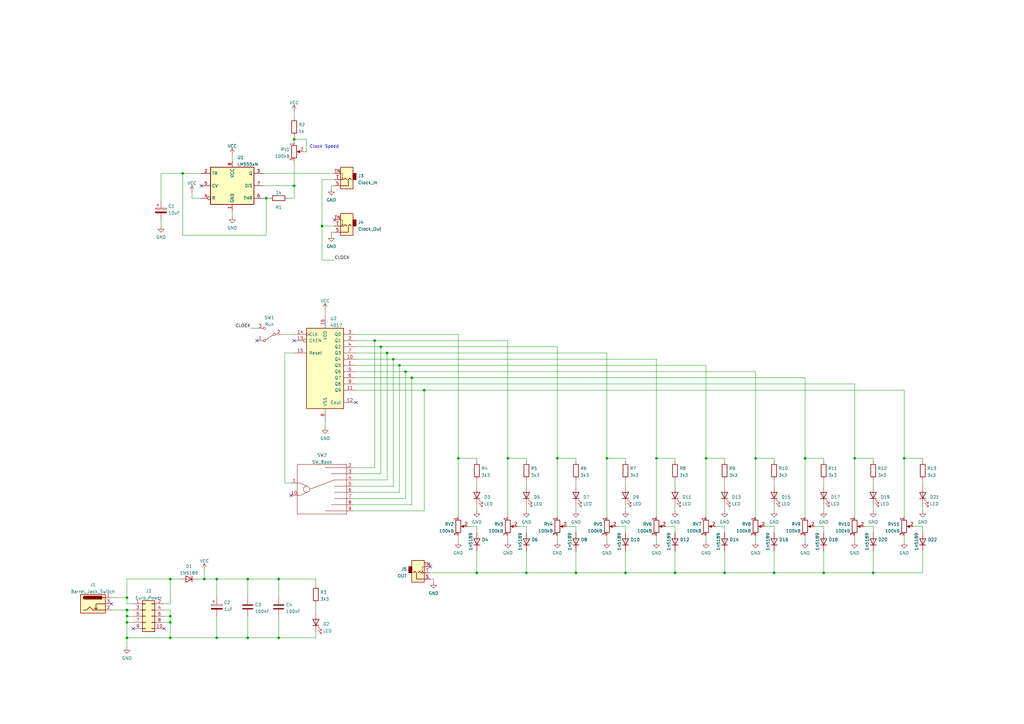
<source format=kicad_sch>
(kicad_sch (version 20211123) (generator eeschema)
  (paper "A3")
  (lib_symbols
    (symbol "4xxx:4017" (pin_names (offset 1.016))
      (property "Reference" "U" (at -7.62 16.51 0))
      (property "Value" "4017" (at -7.62 -19.05 0))
      (symbol "4017_1_0"
        (pin output line (at 12.7 0 180) (length 5.08) (name "Q5") (number "1"))
        (pin output line (at 12.7 2.54 180) (length 5.08) (name "Q4") (number "10"))
        (pin output line (at 12.7 -10.16 180) (length 5.08) (name "Q9") (number "11"))
        (pin output line (at 12.7 -15.24 180) (length 5.08) (name "Cout") (number "12"))
        (pin input inverted (at -12.7 10.16 0) (length 5.08) (name "CKEN") (number "13"))
        (pin input clock (at -12.7 12.7 0) (length 5.08) (name "CLK") (number "14"))
        (pin input line (at -12.7 5.08 0) (length 5.08) (name "Reset") (number "15"))
        (pin power_in line (at 0 20.32 270) (length 5.08) (name "VDD") (number "16"))
        (pin output line (at 12.7 10.16 180) (length 5.08) (name "Q1") (number "2"))
        (pin output line (at 12.7 12.7 180) (length 5.08) (name "Q0") (number "3"))
        (pin output line (at 12.7 7.62 180) (length 5.08) (name "Q2") (number "4"))
        (pin output line (at 12.7 -2.54 180) (length 5.08) (name "Q6") (number "5"))
        (pin output line (at 12.7 -5.08 180) (length 5.08) (name "Q7") (number "6"))
        (pin output line (at 12.7 5.08 180) (length 5.08) (name "Q3") (number "7"))
        (pin power_in line (at 0 -22.86 90) (length 5.08) (name "VSS") (number "8"))
        (pin output line (at 12.7 -7.62 180) (length 5.08) (name "Q8") (number "9"))
      )
      (symbol "4017_1_1"
        (rectangle (start -7.62 15.24) (end 7.62 -17.78) (stroke (width 0.254)) (fill (type background)))
      )
    )
    (symbol "Connector:AudioJack2_SwitchT"
      (property "Reference" "J" (at 0 8.89 0))
      (property "Value" "AudioJack2_SwitchT" (at 0 6.35 0))
      (symbol "AudioJack2_SwitchT_0_1"
        (rectangle (start -2.54 0) (end -3.81 -2.54) (stroke (width 0.254)) (fill (type outline)))
        (polyline (pts (xy 1.778 -0.254) (xy 2.032 -0.762)))
        (polyline (pts (xy 0 0) (xy 0.635 -0.635) (xy 1.27 0) (xy 2.54 0)) (stroke (width 0.254)))
        (polyline (pts (xy 2.54 -2.54) (xy 1.778 -2.54) (xy 1.778 -0.254) (xy 1.524 -0.762)))
        (polyline (pts (xy 2.54 2.54) (xy -0.635 2.54) (xy -0.635 0) (xy -1.27 -0.635) (xy -1.905 0)) (stroke (width 0.254)))
        (rectangle (start 2.54 3.81) (end -2.54 -5.08) (stroke (width 0.254)) (fill (type background)))
      )
      (symbol "AudioJack2_SwitchT_1_1"
        (pin passive line (at 5.08 2.54 180) (length 2.54) (name "~") (number "S"))
        (pin passive line (at 5.08 0 180) (length 2.54) (name "~") (number "T"))
        (pin passive line (at 5.08 -2.54 180) (length 2.54) (name "~") (number "TN"))
      )
    )
    (symbol "Connector:Barrel_Jack_Switch" (pin_names hide)
      (property "Reference" "J" (at 0 5.334 0))
      (property "Value" "Barrel_Jack_Switch" (at 0 -5.08 0))
      (symbol "Barrel_Jack_Switch_0_1"
        (rectangle (start -5.08 3.81) (end 5.08 -3.81) (stroke (width 0.254)) (fill (type background)))
        (arc (start -3.302 3.175) (mid -3.937 2.54) (end -3.302 1.905) (stroke (width 0.254)))
        (arc (start -3.302 3.175) (mid -3.937 2.54) (end -3.302 1.905) (stroke (width 0.254)) (fill (type outline)))
        (polyline (pts (xy 1.27 -2.286) (xy 1.905 -1.651)) (stroke (width 0.254)))
        (polyline (pts (xy 5.08 2.54) (xy 3.81 2.54)) (stroke (width 0.254)))
        (polyline (pts (xy 5.08 0) (xy 1.27 0) (xy 1.27 -2.286) (xy 0.635 -1.651)) (stroke (width 0.254)))
        (polyline (pts (xy -3.81 -2.54) (xy -2.54 -2.54) (xy -1.27 -1.27) (xy 0 -2.54) (xy 2.54 -2.54) (xy 5.08 -2.54)) (stroke (width 0.254)))
        (rectangle (start 3.683 3.175) (end -3.302 1.905) (stroke (width 0.254)) (fill (type outline)))
      )
      (symbol "Barrel_Jack_Switch_1_1"
        (pin passive line (at 7.62 2.54 180) (length 2.54) (name "~") (number "1"))
        (pin passive line (at 7.62 -2.54 180) (length 2.54) (name "~") (number "2"))
        (pin passive line (at 7.62 0 180) (length 2.54) (name "~") (number "3"))
      )
    )
    (symbol "Connector_Generic:Conn_02x05_Odd_Even" (pin_names (offset 1.016) hide)
      (property "Reference" "J" (at 1.27 7.62 0))
      (property "Value" "Conn_02x05_Odd_Even" (at 1.27 -7.62 0))
      (symbol "Conn_02x05_Odd_Even_1_1"
        (rectangle (start -1.27 -4.953) (end 0 -5.207) (stroke (width 0.1524)))
        (rectangle (start -1.27 -2.413) (end 0 -2.667) (stroke (width 0.1524)))
        (rectangle (start -1.27 0.127) (end 0 -0.127) (stroke (width 0.1524)))
        (rectangle (start -1.27 2.667) (end 0 2.413) (stroke (width 0.1524)))
        (rectangle (start -1.27 5.207) (end 0 4.953) (stroke (width 0.1524)))
        (rectangle (start -1.27 6.35) (end 3.81 -6.35) (stroke (width 0.254)) (fill (type background)))
        (rectangle (start 3.81 -4.953) (end 2.54 -5.207) (stroke (width 0.1524)))
        (rectangle (start 3.81 -2.413) (end 2.54 -2.667) (stroke (width 0.1524)))
        (rectangle (start 3.81 0.127) (end 2.54 -0.127) (stroke (width 0.1524)))
        (rectangle (start 3.81 2.667) (end 2.54 2.413) (stroke (width 0.1524)))
        (rectangle (start 3.81 5.207) (end 2.54 4.953) (stroke (width 0.1524)))
        (pin passive line (at -5.08 5.08 0) (length 3.81) (name "Pin_1") (number "1"))
        (pin passive line (at 7.62 -5.08 180) (length 3.81) (name "Pin_10") (number "10"))
        (pin passive line (at 7.62 5.08 180) (length 3.81) (name "Pin_2") (number "2"))
        (pin passive line (at -5.08 2.54 0) (length 3.81) (name "Pin_3") (number "3"))
        (pin passive line (at 7.62 2.54 180) (length 3.81) (name "Pin_4") (number "4"))
        (pin passive line (at -5.08 0 0) (length 3.81) (name "Pin_5") (number "5"))
        (pin passive line (at 7.62 0 180) (length 3.81) (name "Pin_6") (number "6"))
        (pin passive line (at -5.08 -2.54 0) (length 3.81) (name "Pin_7") (number "7"))
        (pin passive line (at 7.62 -2.54 180) (length 3.81) (name "Pin_8") (number "8"))
        (pin passive line (at -5.08 -5.08 0) (length 3.81) (name "Pin_9") (number "9"))
      )
    )
    (symbol "Device:C" (pin_numbers hide) (pin_names (offset 0.254))
      (property "Reference" "C" (at 0.635 2.54 0))
      (property "Value" "C" (at 0.635 -2.54 0))
      (symbol "C_0_1"
        (polyline (pts (xy -2.032 -0.762) (xy 2.032 -0.762)) (stroke (width 0.508)))
        (polyline (pts (xy -2.032 0.762) (xy 2.032 0.762)) (stroke (width 0.508)))
      )
      (symbol "C_1_1"
        (pin passive line (at 0 3.81 270) (length 2.794) (name "~") (number "1"))
        (pin passive line (at 0 -3.81 90) (length 2.794) (name "~") (number "2"))
      )
    )
    (symbol "Device:C_Polarized" (pin_numbers hide) (pin_names (offset 0.254))
      (property "Reference" "C" (at 0.635 2.54 0))
      (property "Value" "C_Polarized" (at 0.635 -2.54 0))
      (symbol "C_Polarized_0_1"
        (rectangle (start -2.286 0.508) (end 2.286 1.016))
        (polyline (pts (xy -1.778 2.286) (xy -0.762 2.286)))
        (polyline (pts (xy -1.27 2.794) (xy -1.27 1.778)))
        (rectangle (start 2.286 -0.508) (end -2.286 -1.016) (fill (type outline)))
      )
      (symbol "C_Polarized_1_1"
        (pin passive line (at 0 3.81 270) (length 2.794) (name "~") (number "1"))
        (pin passive line (at 0 -3.81 90) (length 2.794) (name "~") (number "2"))
      )
    )
    (symbol "Device:D" (pin_numbers hide) (pin_names (offset 1.016) hide)
      (property "Reference" "D" (at 0 2.54 0))
      (property "Value" "D" (at 0 -2.54 0))
      (symbol "D_0_1"
        (polyline (pts (xy -1.27 1.27) (xy -1.27 -1.27)) (stroke (width 0.254)))
        (polyline (pts (xy 1.27 0) (xy -1.27 0)))
        (polyline (pts (xy 1.27 1.27) (xy 1.27 -1.27) (xy -1.27 0) (xy 1.27 1.27)) (stroke (width 0.254)))
      )
      (symbol "D_1_1"
        (pin passive line (at -3.81 0 0) (length 2.54) (name "K") (number "1"))
        (pin passive line (at 3.81 0 180) (length 2.54) (name "A") (number "2"))
      )
    )
    (symbol "Device:LED" (pin_numbers hide) (pin_names (offset 1.016) hide)
      (property "Reference" "D" (at 0 2.54 0))
      (property "Value" "LED" (at 0 -2.54 0))
      (symbol "LED_0_1"
        (polyline (pts (xy -1.27 -1.27) (xy -1.27 1.27)) (stroke (width 0.254)))
        (polyline (pts (xy -1.27 0) (xy 1.27 0)))
        (polyline (pts (xy 1.27 -1.27) (xy 1.27 1.27) (xy -1.27 0) (xy 1.27 -1.27)) (stroke (width 0.254)))
        (polyline (pts (xy -3.048 -0.762) (xy -4.572 -2.286) (xy -3.81 -2.286) (xy -4.572 -2.286) (xy -4.572 -1.524)))
        (polyline (pts (xy -1.778 -0.762) (xy -3.302 -2.286) (xy -2.54 -2.286) (xy -3.302 -2.286) (xy -3.302 -1.524)))
      )
      (symbol "LED_1_1"
        (pin passive line (at -3.81 0 0) (length 2.54) (name "K") (number "1"))
        (pin passive line (at 3.81 0 180) (length 2.54) (name "A") (number "2"))
      )
    )
    (symbol "Device:R" (pin_numbers hide) (pin_names (offset 0))
      (property "Reference" "R" (at 2.032 0 90))
      (property "Value" "R" (at 0 0 90))
      (symbol "R_0_1"
        (rectangle (start -1.016 -2.54) (end 1.016 2.54) (stroke (width 0.254)))
      )
      (symbol "R_1_1"
        (pin passive line (at 0 3.81 270) (length 1.27) (name "~") (number "1"))
        (pin passive line (at 0 -3.81 90) (length 1.27) (name "~") (number "2"))
      )
    )
    (symbol "Device:R_Potentiometer" (pin_names (offset 1.016) hide)
      (property "Reference" "RV" (at -4.445 0 90))
      (property "Value" "R_Potentiometer" (at -2.54 0 90))
      (symbol "R_Potentiometer_0_1"
        (polyline (pts (xy 2.54 0) (xy 1.524 0)))
        (polyline (pts (xy 1.143 0) (xy 2.286 0.508) (xy 2.286 -0.508) (xy 1.143 0)) (fill (type outline)))
        (rectangle (start 1.016 2.54) (end -1.016 -2.54) (stroke (width 0.254)))
      )
      (symbol "R_Potentiometer_1_1"
        (pin passive line (at 0 3.81 270) (length 1.27) (name "1") (number "1"))
        (pin passive line (at 3.81 0 180) (length 1.27) (name "2") (number "2"))
        (pin passive line (at 0 -3.81 90) (length 1.27) (name "3") (number "3"))
      )
    )
    (symbol "Switch:SW_SPDT" (pin_names (offset 0) hide)
      (property "Reference" "SW" (at 0 4.318 0))
      (property "Value" "SW_SPDT" (at 0 -5.08 0))
      (symbol "SW_SPDT_0_0"
        (circle (center -2.032 0) (radius 0.508))
        (circle (center 2.032 -2.54) (radius 0.508))
      )
      (symbol "SW_SPDT_0_1"
        (polyline (pts (xy -1.524 0.254) (xy 1.651 2.286)))
        (circle (center 2.032 2.54) (radius 0.508))
      )
      (symbol "SW_SPDT_1_1"
        (pin passive line (at 5.08 2.54 180) (length 2.54) (name "A") (number "1"))
        (pin passive line (at -5.08 0 0) (length 2.54) (name "B") (number "2"))
        (pin passive line (at 5.08 -2.54 180) (length 2.54) (name "C") (number "3"))
      )
    )
    (symbol "Timer:LM555xN"
      (property "Reference" "U" (at -10.16 8.89 0))
      (property "Value" "LM555xN" (at 2.54 8.89 0))
      (symbol "LM555xN_0_0"
        (pin power_in line (at 0 -10.16 90) (length 2.54) (name "GND") (number "1"))
        (pin power_in line (at 0 10.16 270) (length 2.54) (name "VCC") (number "8"))
      )
      (symbol "LM555xN_0_1"
        (rectangle (start -8.89 -7.62) (end 8.89 7.62) (stroke (width 0.254)) (fill (type background)))
        (rectangle (start -8.89 -7.62) (end 8.89 7.62) (stroke (width 0.254)) (fill (type background)))
      )
      (symbol "LM555xN_1_1"
        (pin input line (at -12.7 5.08 0) (length 3.81) (name "TR") (number "2"))
        (pin output line (at 12.7 5.08 180) (length 3.81) (name "Q") (number "3"))
        (pin input inverted (at -12.7 -5.08 0) (length 3.81) (name "R") (number "4"))
        (pin input line (at -12.7 0 0) (length 3.81) (name "CV") (number "5"))
        (pin input line (at 12.7 -5.08 180) (length 3.81) (name "THR") (number "6"))
        (pin input line (at 12.7 0 180) (length 3.81) (name "DIS") (number "7"))
      )
    )
    (symbol "custom:SW_8pos" (pin_names (offset 1.016))
      (property "Reference" "SW" (at -7.62 -11.43 0))
      (property "Value" "SW_8pos" (at -6.35 11.43 0))
      (symbol "SW_8pos_0_1"
        (rectangle (start -10.16 10.16) (end 10.16 -10.16))
        (circle (center -6.35 0) (radius 1.27))
        (polyline (pts (xy -5.08 0) (xy 5.08 3.81)))
        (polyline (pts (xy 10.16 -8.89) (xy 1.27 -8.89)))
        (polyline (pts (xy 10.16 -6.35) (xy 3.81 -6.35)))
        (polyline (pts (xy 10.16 -3.81) (xy 5.08 -3.81)))
        (polyline (pts (xy 10.16 -1.27) (xy 5.08 -1.27)))
        (polyline (pts (xy 10.16 1.27) (xy 5.08 1.27)))
        (polyline (pts (xy 10.16 3.81) (xy 5.08 3.81)))
        (polyline (pts (xy 10.16 6.35) (xy 3.81 6.35)))
        (polyline (pts (xy 10.16 8.89) (xy 1.27 8.89)))
        (polyline (pts (xy -10.16 -2.54) (xy -8.89 -2.54) (xy -6.35 -1.27)))
        (polyline (pts (xy -10.16 2.54) (xy -8.89 2.54) (xy -6.35 1.27)))
      )
      (symbol "SW_8pos_1_1"
        (pin bidirectional line (at -12.7 2.54 0) (length 2.54) (name "~") (number "1"))
        (pin bidirectional line (at -12.7 -2.54 0) (length 2.54) (name "~") (number "10"))
        (pin bidirectional line (at 12.7 8.89 180) (length 2.54) (name "~") (number "2"))
        (pin bidirectional line (at 12.7 6.35 180) (length 2.54) (name "~") (number "3"))
        (pin bidirectional line (at 12.7 3.81 180) (length 2.54) (name "~") (number "4"))
        (pin bidirectional line (at 12.7 1.27 180) (length 2.54) (name "~") (number "5"))
        (pin bidirectional line (at 12.7 -1.27 180) (length 2.54) (name "~") (number "6"))
        (pin bidirectional line (at 12.7 -3.81 180) (length 2.54) (name "~") (number "7"))
        (pin bidirectional line (at 12.7 -6.35 180) (length 2.54) (name "~") (number "8"))
        (pin bidirectional line (at 12.7 -8.89 180) (length 2.54) (name "~") (number "9"))
      )
    )
    (symbol "power:GND" (power) (pin_names (offset 0))
      (property "Value" "GND" (at 0 -3.81 0))
      (symbol "GND_0_1"
        (polyline (pts (xy 0 0) (xy 0 -1.27) (xy 1.27 -1.27) (xy 0 -2.54) (xy -1.27 -1.27) (xy 0 -1.27)))
      )
      (symbol "GND_1_1"
        (pin power_in line (at 0 0 270) (length 0) hide (name "GND") (number "1"))
      )
    )
    (symbol "power:VCC" (power) (pin_names (offset 0))
      (property "Value" "VCC" (at 0 3.81 0))
      (symbol "VCC_0_1"
        (polyline (pts (xy -0.762 1.27) (xy 0 2.54)))
        (polyline (pts (xy 0 0) (xy 0 2.54)))
        (polyline (pts (xy 0 2.54) (xy 0.762 1.27)))
      )
      (symbol "VCC_1_1"
        (pin power_in line (at 0 0 90) (length 0) hide (name "VCC") (number "1"))
      )
    )
  )
  (junction (at 88.9 237.49))
  (junction (at 166.37 152.4))
  (junction (at 358.14 234.95))
  (junction (at 101.6 237.49))
  (junction (at 156.21 142.24))
  (junction (at 52.07 261.62))
  (junction (at 236.22 234.95))
  (junction (at 109.22 81.28))
  (junction (at 187.96 187.96))
  (junction (at 208.28 187.96))
  (junction (at 161.29 147.32))
  (junction (at 330.2 187.96))
  (junction (at 52.07 250.19))
  (junction (at 74.93 71.12))
  (junction (at 69.85 261.62))
  (junction (at 168.91 154.94))
  (junction (at 83.82 237.49))
  (junction (at 101.6 261.62))
  (junction (at 88.9 261.62))
  (junction (at 52.07 252.73))
  (junction (at 114.3 237.49))
  (junction (at 289.56 187.96))
  (junction (at 173.99 160.02))
  (junction (at 195.58 234.95))
  (junction (at 69.85 252.73))
  (junction (at 215.9 234.95))
  (junction (at 52.07 255.27))
  (junction (at 69.85 255.27))
  (junction (at 228.6 187.96))
  (junction (at 269.24 187.96))
  (junction (at 163.83 149.86))
  (junction (at 317.5 234.95))
  (junction (at 69.85 237.49))
  (junction (at 248.92 187.96))
  (junction (at 309.88 187.96))
  (junction (at 114.3 261.62))
  (junction (at 256.54 234.95))
  (junction (at 120.65 57.15))
  (junction (at 153.67 139.7))
  (junction (at 337.82 234.95))
  (junction (at 276.86 234.95))
  (junction (at 120.65 76.2))
  (junction (at 350.52 187.96))
  (junction (at 297.18 234.95))
  (junction (at 132.08 92.71))
  (junction (at 158.75 144.78))
  (junction (at 52.07 245.11))
  (junction (at 370.84 187.96))
  (no_connect (at 82.55 76.2))
  (no_connect (at 137.16 90.17))
  (no_connect (at 105.41 139.7))
  (no_connect (at 67.31 257.81))
  (no_connect (at 176.53 232.41))
  (no_connect (at 54.61 257.81))
  (no_connect (at 146.05 165.1))
  (no_connect (at 45.72 247.65))
  (no_connect (at 120.65 139.7))
  (no_connect (at 119.38 203.2))
  (wire (pts (xy 334.01 215.9) (xy 337.82 215.9)))
  (wire (pts (xy 337.82 234.95) (xy 358.14 234.95)))
  (wire (pts (xy 228.6 187.96) (xy 236.22 187.96)))
  (wire (pts (xy 317.5 215.9) (xy 317.5 218.44)))
  (wire (pts (xy 125.73 57.15) (xy 120.65 57.15)))
  (wire (pts (xy 236.22 226.06) (xy 236.22 234.95)))
  (wire (pts (xy 144.78 207.01) (xy 168.91 207.01)))
  (wire (pts (xy 146.05 154.94) (xy 168.91 154.94)))
  (wire (pts (xy 313.69 215.9) (xy 317.5 215.9)))
  (wire (pts (xy 129.54 237.49) (xy 129.54 240.03)))
  (wire (pts (xy 116.84 198.12) (xy 116.84 144.78)))
  (wire (pts (xy 350.52 219.71) (xy 350.52 222.25)))
  (wire (pts (xy 191.77 215.9) (xy 195.58 215.9)))
  (wire (pts (xy 256.54 207.01) (xy 256.54 209.55)))
  (wire (pts (xy 370.84 160.02) (xy 370.84 187.96)))
  (wire (pts (xy 195.58 196.85) (xy 195.58 199.39)))
  (wire (pts (xy 276.86 226.06) (xy 276.86 234.95)))
  (wire (pts (xy 176.53 234.95) (xy 195.58 234.95)))
  (wire (pts (xy 109.22 96.52) (xy 109.22 81.28)))
  (wire (pts (xy 133.35 172.72) (xy 133.35 175.26)))
  (wire (pts (xy 52.07 261.62) (xy 52.07 265.43)))
  (wire (pts (xy 74.93 71.12) (xy 82.55 71.12)))
  (wire (pts (xy 78.74 78.74) (xy 78.74 81.28)))
  (wire (pts (xy 289.56 219.71) (xy 289.56 222.25)))
  (wire (pts (xy 374.65 215.9) (xy 378.46 215.9)))
  (wire (pts (xy 52.07 252.73) (xy 54.61 252.73)))
  (wire (pts (xy 109.22 81.28) (xy 107.95 81.28)))
  (wire (pts (xy 317.5 226.06) (xy 317.5 234.95)))
  (wire (pts (xy 276.86 196.85) (xy 276.86 199.39)))
  (wire (pts (xy 74.93 96.52) (xy 109.22 96.52)))
  (wire (pts (xy 236.22 196.85) (xy 236.22 199.39)))
  (wire (pts (xy 95.25 63.5) (xy 95.25 66.04)))
  (wire (pts (xy 120.65 76.2) (xy 107.95 76.2)))
  (wire (pts (xy 88.9 252.73) (xy 88.9 261.62)))
  (wire (pts (xy 187.96 137.16) (xy 187.96 187.96)))
  (wire (pts (xy 45.72 250.19) (xy 52.07 250.19)))
  (wire (pts (xy 177.8 237.49) (xy 177.8 238.76)))
  (wire (pts (xy 256.54 187.96) (xy 256.54 189.23)))
  (wire (pts (xy 129.54 259.08) (xy 129.54 261.62)))
  (wire (pts (xy 269.24 187.96) (xy 269.24 212.09)))
  (wire (pts (xy 166.37 152.4) (xy 309.88 152.4)))
  (wire (pts (xy 146.05 152.4) (xy 166.37 152.4)))
  (wire (pts (xy 115.57 137.16) (xy 120.65 137.16)))
  (wire (pts (xy 132.08 106.68) (xy 137.16 106.68)))
  (wire (pts (xy 176.53 237.49) (xy 177.8 237.49)))
  (wire (pts (xy 45.72 245.11) (xy 52.07 245.11)))
  (wire (pts (xy 144.78 191.77) (xy 153.67 191.77)))
  (wire (pts (xy 337.82 215.9) (xy 337.82 218.44)))
  (wire (pts (xy 67.31 250.19) (xy 69.85 250.19)))
  (wire (pts (xy 135.89 95.25) (xy 135.89 96.52)))
  (wire (pts (xy 120.65 66.04) (xy 120.65 76.2)))
  (wire (pts (xy 161.29 147.32) (xy 269.24 147.32)))
  (wire (pts (xy 132.08 92.71) (xy 132.08 106.68)))
  (wire (pts (xy 297.18 226.06) (xy 297.18 234.95)))
  (wire (pts (xy 69.85 261.62) (xy 88.9 261.62)))
  (wire (pts (xy 120.65 55.88) (xy 120.65 57.15)))
  (wire (pts (xy 208.28 139.7) (xy 208.28 187.96)))
  (wire (pts (xy 78.74 81.28) (xy 82.55 81.28)))
  (wire (pts (xy 208.28 187.96) (xy 215.9 187.96)))
  (wire (pts (xy 114.3 237.49) (xy 114.3 245.11)))
  (wire (pts (xy 317.5 196.85) (xy 317.5 199.39)))
  (wire (pts (xy 208.28 219.71) (xy 208.28 222.25)))
  (wire (pts (xy 358.14 207.01) (xy 358.14 209.55)))
  (wire (pts (xy 52.07 237.49) (xy 52.07 245.11)))
  (wire (pts (xy 168.91 154.94) (xy 330.2 154.94)))
  (wire (pts (xy 350.52 187.96) (xy 350.52 212.09)))
  (wire (pts (xy 74.93 71.12) (xy 74.93 96.52)))
  (wire (pts (xy 52.07 245.11) (xy 52.07 247.65)))
  (wire (pts (xy 330.2 154.94) (xy 330.2 187.96)))
  (wire (pts (xy 114.3 261.62) (xy 101.6 261.62)))
  (wire (pts (xy 66.04 90.17) (xy 66.04 92.71)))
  (wire (pts (xy 276.86 207.01) (xy 276.86 209.55)))
  (wire (pts (xy 114.3 237.49) (xy 129.54 237.49)))
  (wire (pts (xy 297.18 196.85) (xy 297.18 199.39)))
  (wire (pts (xy 144.78 204.47) (xy 166.37 204.47)))
  (wire (pts (xy 378.46 196.85) (xy 378.46 199.39)))
  (wire (pts (xy 173.99 209.55) (xy 173.99 160.02)))
  (wire (pts (xy 269.24 147.32) (xy 269.24 187.96)))
  (wire (pts (xy 52.07 255.27) (xy 52.07 261.62)))
  (wire (pts (xy 95.25 86.36) (xy 95.25 88.9)))
  (wire (pts (xy 276.86 234.95) (xy 297.18 234.95)))
  (wire (pts (xy 69.85 250.19) (xy 69.85 252.73)))
  (wire (pts (xy 120.65 45.72) (xy 120.65 48.26)))
  (wire (pts (xy 378.46 215.9) (xy 378.46 218.44)))
  (wire (pts (xy 358.14 187.96) (xy 358.14 189.23)))
  (wire (pts (xy 195.58 226.06) (xy 195.58 234.95)))
  (wire (pts (xy 161.29 199.39) (xy 161.29 147.32)))
  (wire (pts (xy 133.35 127) (xy 133.35 129.54)))
  (wire (pts (xy 66.04 82.55) (xy 66.04 71.12)))
  (wire (pts (xy 358.14 234.95) (xy 378.46 234.95)))
  (wire (pts (xy 120.65 57.15) (xy 120.65 58.42)))
  (wire (pts (xy 297.18 215.9) (xy 297.18 218.44)))
  (wire (pts (xy 163.83 201.93) (xy 163.83 149.86)))
  (wire (pts (xy 297.18 234.95) (xy 317.5 234.95)))
  (wire (pts (xy 144.78 209.55) (xy 173.99 209.55)))
  (wire (pts (xy 276.86 215.9) (xy 276.86 218.44)))
  (wire (pts (xy 228.6 219.71) (xy 228.6 222.25)))
  (wire (pts (xy 195.58 215.9) (xy 195.58 218.44)))
  (wire (pts (xy 215.9 187.96) (xy 215.9 189.23)))
  (wire (pts (xy 256.54 234.95) (xy 276.86 234.95)))
  (wire (pts (xy 337.82 196.85) (xy 337.82 199.39)))
  (wire (pts (xy 195.58 207.01) (xy 195.58 209.55)))
  (wire (pts (xy 119.38 198.12) (xy 116.84 198.12)))
  (wire (pts (xy 370.84 187.96) (xy 370.84 212.09)))
  (wire (pts (xy 69.85 252.73) (xy 69.85 255.27)))
  (wire (pts (xy 153.67 191.77) (xy 153.67 139.7)))
  (wire (pts (xy 88.9 237.49) (xy 101.6 237.49)))
  (wire (pts (xy 52.07 252.73) (xy 52.07 255.27)))
  (wire (pts (xy 168.91 207.01) (xy 168.91 154.94)))
  (wire (pts (xy 101.6 237.49) (xy 114.3 237.49)))
  (wire (pts (xy 124.46 62.23) (xy 125.73 62.23)))
  (wire (pts (xy 83.82 237.49) (xy 88.9 237.49)))
  (wire (pts (xy 208.28 187.96) (xy 208.28 212.09)))
  (wire (pts (xy 236.22 207.01) (xy 236.22 209.55)))
  (wire (pts (xy 232.41 215.9) (xy 236.22 215.9)))
  (wire (pts (xy 67.31 247.65) (xy 69.85 247.65)))
  (wire (pts (xy 248.92 219.71) (xy 248.92 222.25)))
  (wire (pts (xy 269.24 219.71) (xy 269.24 222.25)))
  (wire (pts (xy 144.78 199.39) (xy 161.29 199.39)))
  (wire (pts (xy 269.24 187.96) (xy 276.86 187.96)))
  (wire (pts (xy 248.92 144.78) (xy 248.92 187.96)))
  (wire (pts (xy 370.84 187.96) (xy 378.46 187.96)))
  (wire (pts (xy 187.96 187.96) (xy 195.58 187.96)))
  (wire (pts (xy 297.18 207.01) (xy 297.18 209.55)))
  (wire (pts (xy 187.96 187.96) (xy 187.96 212.09)))
  (wire (pts (xy 52.07 250.19) (xy 54.61 250.19)))
  (wire (pts (xy 144.78 201.93) (xy 163.83 201.93)))
  (wire (pts (xy 309.88 187.96) (xy 309.88 212.09)))
  (wire (pts (xy 146.05 142.24) (xy 156.21 142.24)))
  (wire (pts (xy 158.75 144.78) (xy 248.92 144.78)))
  (wire (pts (xy 163.83 149.86) (xy 289.56 149.86)))
  (wire (pts (xy 118.11 81.28) (xy 120.65 81.28)))
  (wire (pts (xy 101.6 237.49) (xy 101.6 245.11)))
  (wire (pts (xy 378.46 234.95) (xy 378.46 226.06)))
  (wire (pts (xy 215.9 234.95) (xy 236.22 234.95)))
  (wire (pts (xy 195.58 234.95) (xy 215.9 234.95)))
  (wire (pts (xy 125.73 62.23) (xy 125.73 57.15)))
  (wire (pts (xy 273.05 215.9) (xy 276.86 215.9)))
  (wire (pts (xy 236.22 187.96) (xy 236.22 189.23)))
  (wire (pts (xy 137.16 92.71) (xy 132.08 92.71)))
  (wire (pts (xy 137.16 76.2) (xy 135.89 76.2)))
  (wire (pts (xy 54.61 247.65) (xy 52.07 247.65)))
  (wire (pts (xy 66.04 71.12) (xy 74.93 71.12)))
  (wire (pts (xy 330.2 219.71) (xy 330.2 222.25)))
  (wire (pts (xy 330.2 187.96) (xy 330.2 212.09)))
  (wire (pts (xy 129.54 247.65) (xy 129.54 251.46)))
  (wire (pts (xy 215.9 196.85) (xy 215.9 199.39)))
  (wire (pts (xy 354.33 215.9) (xy 358.14 215.9)))
  (wire (pts (xy 309.88 152.4) (xy 309.88 187.96)))
  (wire (pts (xy 187.96 219.71) (xy 187.96 222.25)))
  (wire (pts (xy 309.88 219.71) (xy 309.88 222.25)))
  (wire (pts (xy 215.9 207.01) (xy 215.9 209.55)))
  (wire (pts (xy 67.31 252.73) (xy 69.85 252.73)))
  (wire (pts (xy 236.22 234.95) (xy 256.54 234.95)))
  (wire (pts (xy 337.82 207.01) (xy 337.82 209.55)))
  (wire (pts (xy 153.67 139.7) (xy 208.28 139.7)))
  (wire (pts (xy 212.09 215.9) (xy 215.9 215.9)))
  (wire (pts (xy 195.58 187.96) (xy 195.58 189.23)))
  (wire (pts (xy 146.05 137.16) (xy 187.96 137.16)))
  (wire (pts (xy 146.05 139.7) (xy 153.67 139.7)))
  (wire (pts (xy 378.46 187.96) (xy 378.46 189.23)))
  (wire (pts (xy 215.9 226.06) (xy 215.9 234.95)))
  (wire (pts (xy 337.82 187.96) (xy 337.82 189.23)))
  (wire (pts (xy 146.05 147.32) (xy 161.29 147.32)))
  (wire (pts (xy 256.54 215.9) (xy 256.54 218.44)))
  (wire (pts (xy 146.05 157.48) (xy 350.52 157.48)))
  (wire (pts (xy 350.52 187.96) (xy 358.14 187.96)))
  (wire (pts (xy 289.56 187.96) (xy 289.56 212.09)))
  (wire (pts (xy 146.05 149.86) (xy 163.83 149.86)))
  (wire (pts (xy 137.16 73.66) (xy 132.08 73.66)))
  (wire (pts (xy 137.16 95.25) (xy 135.89 95.25)))
  (wire (pts (xy 52.07 261.62) (xy 69.85 261.62)))
  (wire (pts (xy 236.22 215.9) (xy 236.22 218.44)))
  (wire (pts (xy 129.54 261.62) (xy 114.3 261.62)))
  (wire (pts (xy 317.5 187.96) (xy 317.5 189.23)))
  (wire (pts (xy 276.86 187.96) (xy 276.86 189.23)))
  (wire (pts (xy 252.73 215.9) (xy 256.54 215.9)))
  (wire (pts (xy 256.54 226.06) (xy 256.54 234.95)))
  (wire (pts (xy 293.37 215.9) (xy 297.18 215.9)))
  (wire (pts (xy 350.52 157.48) (xy 350.52 187.96)))
  (wire (pts (xy 248.92 187.96) (xy 248.92 212.09)))
  (wire (pts (xy 317.5 207.01) (xy 317.5 209.55)))
  (wire (pts (xy 256.54 196.85) (xy 256.54 199.39)))
  (wire (pts (xy 158.75 196.85) (xy 158.75 144.78)))
  (wire (pts (xy 156.21 142.24) (xy 228.6 142.24)))
  (wire (pts (xy 135.89 76.2) (xy 135.89 77.47)))
  (wire (pts (xy 120.65 81.28) (xy 120.65 76.2)))
  (wire (pts (xy 67.31 255.27) (xy 69.85 255.27)))
  (wire (pts (xy 52.07 237.49) (xy 69.85 237.49)))
  (wire (pts (xy 52.07 255.27) (xy 54.61 255.27)))
  (wire (pts (xy 146.05 144.78) (xy 158.75 144.78)))
  (wire (pts (xy 132.08 73.66) (xy 132.08 92.71)))
  (wire (pts (xy 289.56 149.86) (xy 289.56 187.96)))
  (wire (pts (xy 81.28 237.49) (xy 83.82 237.49)))
  (wire (pts (xy 144.78 196.85) (xy 158.75 196.85)))
  (wire (pts (xy 378.46 207.01) (xy 378.46 209.55)))
  (wire (pts (xy 309.88 187.96) (xy 317.5 187.96)))
  (wire (pts (xy 166.37 204.47) (xy 166.37 152.4)))
  (wire (pts (xy 297.18 187.96) (xy 297.18 189.23)))
  (wire (pts (xy 116.84 144.78) (xy 120.65 144.78)))
  (wire (pts (xy 146.05 160.02) (xy 173.99 160.02)))
  (wire (pts (xy 228.6 187.96) (xy 228.6 212.09)))
  (wire (pts (xy 101.6 261.62) (xy 88.9 261.62)))
  (wire (pts (xy 144.78 194.31) (xy 156.21 194.31)))
  (wire (pts (xy 102.87 134.62) (xy 105.41 134.62)))
  (wire (pts (xy 358.14 226.06) (xy 358.14 234.95)))
  (wire (pts (xy 114.3 252.73) (xy 114.3 261.62)))
  (wire (pts (xy 88.9 237.49) (xy 88.9 245.11)))
  (wire (pts (xy 156.21 194.31) (xy 156.21 142.24)))
  (wire (pts (xy 317.5 234.95) (xy 337.82 234.95)))
  (wire (pts (xy 101.6 252.73) (xy 101.6 261.62)))
  (wire (pts (xy 109.22 81.28) (xy 110.49 81.28)))
  (wire (pts (xy 52.07 250.19) (xy 52.07 252.73)))
  (wire (pts (xy 358.14 196.85) (xy 358.14 199.39)))
  (wire (pts (xy 83.82 237.49) (xy 83.82 233.68)))
  (wire (pts (xy 370.84 219.71) (xy 370.84 222.25)))
  (wire (pts (xy 215.9 215.9) (xy 215.9 218.44)))
  (wire (pts (xy 228.6 142.24) (xy 228.6 187.96)))
  (wire (pts (xy 173.99 160.02) (xy 370.84 160.02)))
  (wire (pts (xy 107.95 71.12) (xy 137.16 71.12)))
  (wire (pts (xy 69.85 255.27) (xy 69.85 261.62)))
  (wire (pts (xy 330.2 187.96) (xy 337.82 187.96)))
  (wire (pts (xy 69.85 247.65) (xy 69.85 237.49)))
  (wire (pts (xy 289.56 187.96) (xy 297.18 187.96)))
  (wire (pts (xy 358.14 215.9) (xy 358.14 218.44)))
  (wire (pts (xy 69.85 237.49) (xy 73.66 237.49)))
  (wire (pts (xy 337.82 226.06) (xy 337.82 234.95)))
  (wire (pts (xy 248.92 187.96) (xy 256.54 187.96)))
  (text "Clock Speed" (at 127 60.96 0) (effects (font (size 1.27 1.27)) (justify left bottom)))
  (label "CLOCK" (at 102.87 134.62 180))
  (label "CLOCK" (at 137.16 106.68 0))
  (symbol (lib_id "power:GND") (at 208.28 222.25 0) (unit 1)
    (property "Reference" "#PWR015" (effects hide))
    (property "Value" "GND" (at 208.28 226.8125 0))
  )
  (symbol (lib_id "power:GND") (at 95.25 88.9 0) (unit 1)
    (property "Reference" "#PWR06" (effects hide))
    (property "Value" "GND" (at 95.25 93.4625 0))
  )
  (symbol (lib_id "power:GND") (at 276.86 209.55 0) (unit 1)
    (property "Reference" "#PWR022" (effects hide))
    (property "Value" "GND" (at 276.86 214.1125 0))
  )
  (symbol (lib_id "Device:LED") (at 337.82 203.2 90) (unit 1)
    (property "Reference" "D17" (at 340.741 203.879 90) (effects (justify right)))
    (property "Value" "LED" (at 340.741 206.6541 90) (effects (justify right)))
    (property "Footprint" "LED_THT:LED_D5.0mm" (effects hide))
  )
  (symbol (lib_id "power:GND") (at 370.84 222.25 0) (unit 1)
    (property "Reference" "#PWR031" (effects hide))
    (property "Value" "GND" (at 370.84 226.8125 0))
  )
  (symbol (lib_id "power:GND") (at 215.9 209.55 0) (unit 1)
    (property "Reference" "#PWR016" (effects hide))
    (property "Value" "GND" (at 215.9 214.1125 0))
  )
  (symbol (lib_id "custom:SW_8pos") (at 132.08 200.66 0) (unit 1)
    (property "Reference" "SW2" (at 132.08 186.6605 0))
    (property "Value" "SW_8pos" (at 132.08 189.4356 0))
    (property "Footprint" "custom:alpha_rotary_8" (effects hide))
  )
  (symbol (lib_id "Device:C_Polarized") (at 88.9 248.92 0) (unit 1)
    (property "Reference" "C2" (at 91.821 247.1225 0) (effects (justify left)))
    (property "Value" "1uF" (at 91.821 249.8976 0) (effects (justify left)))
    (property "Footprint" "Rumblesan_Footprints:CP_Radial_D5.0mm_P2.50mm" (effects hide))
  )
  (symbol (lib_id "power:GND") (at 228.6 222.25 0) (unit 1)
    (property "Reference" "#PWR017" (effects hide))
    (property "Value" "GND" (at 228.6 226.8125 0))
  )
  (symbol (lib_id "Device:R") (at 114.3 81.28 90) (unit 1)
    (property "Reference" "R1" (at 114.3 85.09 90))
    (property "Value" "1k" (at 114.3 79.0726 90))
    (property "Footprint" "Rumblesan_Footprints:R_Axial_DIN0207_L6.3mm_D2.5mm_P7.62mm_Horizontal" (effects hide))
  )
  (symbol (lib_id "power:GND") (at 135.89 96.52 0) (unit 1)
    (property "Reference" "#PWR011" (effects hide))
    (property "Value" "GND" (at 135.89 101.0825 0))
  )
  (symbol (lib_id "power:GND") (at 133.35 175.26 0) (unit 1)
    (property "Reference" "#PWR09" (effects hide))
    (property "Value" "GND" (at 133.35 179.8225 0))
  )
  (symbol (lib_id "Device:D") (at 337.82 222.25 90) (unit 1)
    (property "Reference" "D18" (at 339.852 221.3415 90) (effects (justify right)))
    (property "Value" "1n5189" (at 335.28 218.44 0) (effects (justify right)))
    (property "Footprint" "Rumblesan_Footprints:D_DO-35_SOD27_P7.62mm_Horizontal" (effects hide))
  )
  (symbol (lib_id "power:GND") (at 269.24 222.25 0) (unit 1)
    (property "Reference" "#PWR021" (effects hide))
    (property "Value" "GND" (at 269.24 226.8125 0))
  )
  (symbol (lib_id "power:VCC") (at 133.35 127 0) (unit 1)
    (property "Reference" "#PWR08" (effects hide))
    (property "Value" "VCC" (at 133.35 123.3955 0))
  )
  (symbol (lib_id "power:GND") (at 177.8 238.76 0) (unit 1)
    (property "Reference" "#PWR012" (effects hide))
    (property "Value" "GND" (at 177.8 243.3225 0))
  )
  (symbol (lib_id "power:GND") (at 378.46 209.55 0) (unit 1)
    (property "Reference" "#PWR032" (effects hide))
    (property "Value" "GND" (at 378.46 214.1125 0))
  )
  (symbol (lib_id "Device:LED") (at 195.58 203.2 90) (unit 1)
    (property "Reference" "D3" (at 198.501 203.879 90) (effects (justify right)))
    (property "Value" "LED" (at 198.501 206.6541 90) (effects (justify right)))
    (property "Footprint" "LED_THT:LED_D5.0mm" (effects hide))
  )
  (symbol (lib_id "power:GND") (at 66.04 92.71 0) (unit 1)
    (property "Reference" "#PWR02" (effects hide))
    (property "Value" "GND" (at 66.04 97.2725 0))
  )
  (symbol (lib_id "Device:LED") (at 297.18 203.2 90) (unit 1)
    (property "Reference" "D13" (at 300.101 203.879 90) (effects (justify right)))
    (property "Value" "LED" (at 300.101 206.6541 90) (effects (justify right)))
    (property "Footprint" "LED_THT:LED_D5.0mm" (effects hide))
  )
  (symbol (lib_id "Device:R_Potentiometer") (at 208.28 215.9 0) (unit 1)
    (property "Reference" "RV3" (at 206.5021 214.9915 0) (effects (justify right)))
    (property "Value" "100kB" (at 206.5021 217.7666 0) (effects (justify right)))
    (property "Footprint" "Rumblesan_Footprints:Potentiometer_Alpha_RD901F-40-00D_Single_Vertical_CircularHoles" (effects hide))
  )
  (symbol (lib_id "Device:D") (at 195.58 222.25 90) (unit 1)
    (property "Reference" "D4" (at 197.612 221.3415 90) (effects (justify right)))
    (property "Value" "1n5189" (at 193.04 218.44 0) (effects (justify right)))
    (property "Footprint" "Rumblesan_Footprints:D_DO-35_SOD27_P7.62mm_Horizontal" (effects hide))
  )
  (symbol (lib_id "Device:LED") (at 236.22 203.2 90) (unit 1)
    (property "Reference" "D7" (at 239.141 203.879 90) (effects (justify right)))
    (property "Value" "LED" (at 239.141 206.6541 90) (effects (justify right)))
    (property "Footprint" "LED_THT:LED_D5.0mm" (effects hide))
  )
  (symbol (lib_id "Device:LED") (at 276.86 203.2 90) (unit 1)
    (property "Reference" "D11" (at 279.781 203.879 90) (effects (justify right)))
    (property "Value" "LED" (at 279.781 206.6541 90) (effects (justify right)))
    (property "Footprint" "LED_THT:LED_D5.0mm" (effects hide))
  )
  (symbol (lib_id "power:GND") (at 52.07 265.43 0) (unit 1)
    (property "Reference" "#PWR01" (effects hide))
    (property "Value" "GND" (at 52.07 269.9925 0))
  )
  (symbol (lib_id "Connector:AudioJack2_SwitchT") (at 142.24 73.66 180) (unit 1)
    (property "Reference" "J3" (at 146.812 72.1165 0) (effects (justify right)))
    (property "Value" "Clock_In" (at 146.812 74.8916 0) (effects (justify right)))
    (property "Footprint" "AudioJacks:Jack_3.5mm_QingPu_WQP-PJ398SM_Vertical" (effects hide))
  )
  (symbol (lib_id "Device:D") (at 215.9 222.25 90) (unit 1)
    (property "Reference" "D6" (at 217.932 221.3415 90) (effects (justify right)))
    (property "Value" "1n5189" (at 213.36 218.44 0) (effects (justify right)))
    (property "Footprint" "Rumblesan_Footprints:D_DO-35_SOD27_P7.62mm_Horizontal" (effects hide))
  )
  (symbol (lib_id "Device:R") (at 215.9 193.04 0) (unit 1)
    (property "Reference" "R5" (at 217.678 192.1315 0) (effects (justify left)))
    (property "Value" "3k3" (at 217.678 194.9066 0) (effects (justify left)))
    (property "Footprint" "Rumblesan_Footprints:R_Axial_DIN0207_L6.3mm_D2.5mm_P7.62mm_Horizontal" (effects hide))
  )
  (symbol (lib_id "Device:R_Potentiometer") (at 370.84 215.9 0) (unit 1)
    (property "Reference" "RV11" (at 369.0621 214.9915 0) (effects (justify right)))
    (property "Value" "100kB" (at 369.0621 217.7666 0) (effects (justify right)))
    (property "Footprint" "Rumblesan_Footprints:Potentiometer_Alpha_RD901F-40-00D_Single_Vertical_CircularHoles" (effects hide))
  )
  (symbol (lib_id "power:GND") (at 187.96 222.25 0) (unit 1)
    (property "Reference" "#PWR013" (effects hide))
    (property "Value" "GND" (at 187.96 226.8125 0))
  )
  (symbol (lib_id "Device:R_Potentiometer") (at 120.65 62.23 0) (unit 1)
    (property "Reference" "RV1" (at 118.8721 61.3215 0) (effects (justify right)))
    (property "Value" "100kB" (at 118.8721 64.0966 0) (effects (justify right)))
    (property "Footprint" "Rumblesan_Footprints:Potentiometer_Alpha_RD901F-40-00D_Single_Vertical_CircularHoles" (effects hide))
  )
  (symbol (lib_id "power:GND") (at 236.22 209.55 0) (unit 1)
    (property "Reference" "#PWR018" (effects hide))
    (property "Value" "GND" (at 236.22 214.1125 0))
  )
  (symbol (lib_id "Device:D") (at 77.47 237.49 180) (unit 1)
    (property "Reference" "D1" (at 77.47 232.2535 0))
    (property "Value" "1N5189" (at 77.47 235.0286 0))
    (property "Footprint" "Rumblesan_Footprints:D_DO-35_SOD27_P7.62mm_Horizontal" (effects hide))
  )
  (symbol (lib_id "Device:C") (at 101.6 248.92 0) (unit 1)
    (property "Reference" "C3" (at 104.521 248.0115 0) (effects (justify left)))
    (property "Value" "100nF" (at 104.521 250.7866 0) (effects (justify left)))
    (property "Footprint" "Rumblesan_Footprints:C_Rect_L7.0mm_W3.5mm_P2.50mm_P5.00mm" (effects hide))
  )
  (symbol (lib_id "Device:D") (at 236.22 222.25 90) (unit 1)
    (property "Reference" "D8" (at 238.252 221.3415 90) (effects (justify right)))
    (property "Value" "1n5189" (at 233.68 218.44 0) (effects (justify right)))
    (property "Footprint" "Rumblesan_Footprints:D_DO-35_SOD27_P7.62mm_Horizontal" (effects hide))
  )
  (symbol (lib_id "Device:D") (at 256.54 222.25 90) (unit 1)
    (property "Reference" "D10" (at 258.572 221.3415 90) (effects (justify right)))
    (property "Value" "1n5189" (at 254 218.44 0) (effects (justify right)))
    (property "Footprint" "Rumblesan_Footprints:D_DO-35_SOD27_P7.62mm_Horizontal" (effects hide))
  )
  (symbol (lib_id "Device:D") (at 297.18 222.25 90) (unit 1)
    (property "Reference" "D14" (at 299.212 221.3415 90) (effects (justify right)))
    (property "Value" "1n5189" (at 294.64 218.44 0) (effects (justify right)))
    (property "Footprint" "Rumblesan_Footprints:D_DO-35_SOD27_P7.62mm_Horizontal" (effects hide))
  )
  (symbol (lib_id "Device:R_Potentiometer") (at 269.24 215.9 0) (unit 1)
    (property "Reference" "RV6" (at 267.4621 214.9915 0) (effects (justify right)))
    (property "Value" "100kB" (at 267.4621 217.7666 0) (effects (justify right)))
    (property "Footprint" "Rumblesan_Footprints:Potentiometer_Alpha_RD901F-40-00D_Single_Vertical_CircularHoles" (effects hide))
  )
  (symbol (lib_id "Device:R_Potentiometer") (at 289.56 215.9 0) (unit 1)
    (property "Reference" "RV7" (at 287.7821 214.9915 0) (effects (justify right)))
    (property "Value" "100kB" (at 287.7821 217.7666 0) (effects (justify right)))
    (property "Footprint" "Rumblesan_Footprints:Potentiometer_Alpha_RD901F-40-00D_Single_Vertical_CircularHoles" (effects hide))
  )
  (symbol (lib_id "Device:R_Potentiometer") (at 187.96 215.9 0) (unit 1)
    (property "Reference" "RV2" (at 186.1821 214.9915 0) (effects (justify right)))
    (property "Value" "100kB" (at 186.1821 217.7666 0) (effects (justify right)))
    (property "Footprint" "Rumblesan_Footprints:Potentiometer_Alpha_RD901F-40-00D_Single_Vertical_CircularHoles" (effects hide))
  )
  (symbol (lib_id "power:GND") (at 135.89 77.47 0) (unit 1)
    (property "Reference" "#PWR010" (effects hide))
    (property "Value" "GND" (at 135.89 82.0325 0))
  )
  (symbol (lib_id "power:GND") (at 358.14 209.55 0) (unit 1)
    (property "Reference" "#PWR030" (effects hide))
    (property "Value" "GND" (at 358.14 214.1125 0))
  )
  (symbol (lib_id "power:GND") (at 248.92 222.25 0) (unit 1)
    (property "Reference" "#PWR019" (effects hide))
    (property "Value" "GND" (at 248.92 226.8125 0))
  )
  (symbol (lib_id "Device:LED") (at 358.14 203.2 90) (unit 1)
    (property "Reference" "D19" (at 361.061 203.879 90) (effects (justify right)))
    (property "Value" "LED" (at 361.061 206.6541 90) (effects (justify right)))
    (property "Footprint" "LED_THT:LED_D5.0mm" (effects hide))
  )
  (symbol (lib_id "power:GND") (at 350.52 222.25 0) (unit 1)
    (property "Reference" "#PWR029" (effects hide))
    (property "Value" "GND" (at 350.52 226.8125 0))
  )
  (symbol (lib_id "power:GND") (at 317.5 209.55 0) (unit 1)
    (property "Reference" "#PWR026" (effects hide))
    (property "Value" "GND" (at 317.5 214.1125 0))
  )
  (symbol (lib_id "Device:R") (at 276.86 193.04 0) (unit 1)
    (property "Reference" "R8" (at 278.638 192.1315 0) (effects (justify left)))
    (property "Value" "3k3" (at 278.638 194.9066 0) (effects (justify left)))
    (property "Footprint" "Rumblesan_Footprints:R_Axial_DIN0207_L6.3mm_D2.5mm_P7.62mm_Horizontal" (effects hide))
  )
  (symbol (lib_id "Device:R") (at 378.46 193.04 0) (unit 1)
    (property "Reference" "R13" (at 380.238 192.1315 0) (effects (justify left)))
    (property "Value" "3k3" (at 380.238 194.9066 0) (effects (justify left)))
    (property "Footprint" "Rumblesan_Footprints:R_Axial_DIN0207_L6.3mm_D2.5mm_P7.62mm_Horizontal" (effects hide))
  )
  (symbol (lib_id "power:VCC") (at 78.74 78.74 0) (unit 1)
    (property "Reference" "#PWR03" (effects hide))
    (property "Value" "VCC" (at 78.74 75.1355 0))
  )
  (symbol (lib_id "Device:LED") (at 317.5 203.2 90) (unit 1)
    (property "Reference" "D15" (at 320.421 203.879 90) (effects (justify right)))
    (property "Value" "LED" (at 320.421 206.6541 90) (effects (justify right)))
    (property "Footprint" "LED_THT:LED_D5.0mm" (effects hide))
  )
  (symbol (lib_id "Switch:SW_SPDT") (at 110.49 137.16 180) (unit 1)
    (property "Reference" "SW1" (at 110.49 130.2725 0))
    (property "Value" "Run" (at 110.49 133.0476 0))
    (property "Footprint" "Rumblesan_Footprints:SW_SPDT_DailyWell_MiniToggle" (effects hide))
  )
  (symbol (lib_id "Device:R") (at 337.82 193.04 0) (unit 1)
    (property "Reference" "R11" (at 339.598 192.1315 0) (effects (justify left)))
    (property "Value" "3k3" (at 339.598 194.9066 0) (effects (justify left)))
    (property "Footprint" "Rumblesan_Footprints:R_Axial_DIN0207_L6.3mm_D2.5mm_P7.62mm_Horizontal" (effects hide))
  )
  (symbol (lib_id "Device:C_Polarized") (at 66.04 86.36 0) (unit 1)
    (property "Reference" "C1" (at 68.961 84.5625 0) (effects (justify left)))
    (property "Value" "10uF" (at 68.961 87.3376 0) (effects (justify left)))
    (property "Footprint" "Rumblesan_Footprints:CP_Radial_D5.0mm_P2.50mm" (effects hide))
  )
  (symbol (lib_id "Device:R_Potentiometer") (at 228.6 215.9 0) (unit 1)
    (property "Reference" "RV4" (at 226.8221 214.9915 0) (effects (justify right)))
    (property "Value" "100kB" (at 226.8221 217.7666 0) (effects (justify right)))
    (property "Footprint" "Rumblesan_Footprints:Potentiometer_Alpha_RD901F-40-00D_Single_Vertical_CircularHoles" (effects hide))
  )
  (symbol (lib_id "Device:R_Potentiometer") (at 248.92 215.9 0) (unit 1)
    (property "Reference" "RV5" (at 247.1421 214.9915 0) (effects (justify right)))
    (property "Value" "100kB" (at 247.1421 217.7666 0) (effects (justify right)))
    (property "Footprint" "Rumblesan_Footprints:Potentiometer_Alpha_RD901F-40-00D_Single_Vertical_CircularHoles" (effects hide))
  )
  (symbol (lib_id "power:GND") (at 195.58 209.55 0) (unit 1)
    (property "Reference" "#PWR014" (effects hide))
    (property "Value" "GND" (at 195.58 214.1125 0))
  )
  (symbol (lib_id "Connector:AudioJack2_SwitchT") (at 142.24 92.71 180) (unit 1)
    (property "Reference" "J4" (at 146.812 91.1665 0) (effects (justify right)))
    (property "Value" "Clock_Out" (at 146.812 93.9416 0) (effects (justify right)))
    (property "Footprint" "AudioJacks:Jack_3.5mm_QingPu_WQP-PJ398SM_Vertical" (effects hide))
  )
  (symbol (lib_id "Connector:AudioJack2_SwitchT") (at 171.45 234.95 0) (mirror x) (unit 1)
    (property "Reference" "J5" (at 166.878 233.4065 0) (effects (justify right)))
    (property "Value" "OUT" (at 166.878 236.1816 0) (effects (justify right)))
    (property "Footprint" "AudioJacks:Jack_3.5mm_QingPu_WQP-PJ398SM_Vertical" (effects hide))
  )
  (symbol (lib_id "Device:R") (at 236.22 193.04 0) (unit 1)
    (property "Reference" "R6" (at 237.998 192.1315 0) (effects (justify left)))
    (property "Value" "3k3" (at 237.998 194.9066 0) (effects (justify left)))
    (property "Footprint" "Rumblesan_Footprints:R_Axial_DIN0207_L6.3mm_D2.5mm_P7.62mm_Horizontal" (effects hide))
  )
  (symbol (lib_id "Device:D") (at 276.86 222.25 90) (unit 1)
    (property "Reference" "D12" (at 278.892 221.3415 90) (effects (justify right)))
    (property "Value" "1n5189" (at 274.32 218.44 0) (effects (justify right)))
    (property "Footprint" "Rumblesan_Footprints:D_DO-35_SOD27_P7.62mm_Horizontal" (effects hide))
  )
  (symbol (lib_id "Device:LED") (at 215.9 203.2 90) (unit 1)
    (property "Reference" "D5" (at 218.821 203.879 90) (effects (justify right)))
    (property "Value" "LED" (at 218.821 206.6541 90) (effects (justify right)))
    (property "Footprint" "LED_THT:LED_D5.0mm" (effects hide))
  )
  (symbol (lib_id "Device:R") (at 256.54 193.04 0) (unit 1)
    (property "Reference" "R7" (at 258.318 192.1315 0) (effects (justify left)))
    (property "Value" "3k3" (at 258.318 194.9066 0) (effects (justify left)))
    (property "Footprint" "Rumblesan_Footprints:R_Axial_DIN0207_L6.3mm_D2.5mm_P7.62mm_Horizontal" (effects hide))
  )
  (symbol (lib_id "Device:R") (at 129.54 243.84 0) (unit 1)
    (property "Reference" "R3" (at 131.318 242.9315 0) (effects (justify left)))
    (property "Value" "3k3" (at 131.318 245.7066 0) (effects (justify left)))
    (property "Footprint" "Rumblesan_Footprints:R_Axial_DIN0207_L6.3mm_D2.5mm_P7.62mm_Horizontal" (effects hide))
  )
  (symbol (lib_id "Device:D") (at 317.5 222.25 90) (unit 1)
    (property "Reference" "D16" (at 319.532 221.3415 90) (effects (justify right)))
    (property "Value" "1n5189" (at 314.96 218.44 0) (effects (justify right)))
    (property "Footprint" "Rumblesan_Footprints:D_DO-35_SOD27_P7.62mm_Horizontal" (effects hide))
  )
  (symbol (lib_id "power:GND") (at 297.18 209.55 0) (unit 1)
    (property "Reference" "#PWR024" (effects hide))
    (property "Value" "GND" (at 297.18 214.1125 0))
  )
  (symbol (lib_id "Device:C") (at 114.3 248.92 0) (unit 1)
    (property "Reference" "C4" (at 117.221 248.0115 0) (effects (justify left)))
    (property "Value" "100nF" (at 117.221 250.7866 0) (effects (justify left)))
    (property "Footprint" "Rumblesan_Footprints:C_Rect_L7.0mm_W3.5mm_P2.50mm_P5.00mm" (effects hide))
  )
  (symbol (lib_id "4xxx:4017") (at 133.35 149.86 0) (unit 1)
    (property "Reference" "U2" (at 135.3694 130.6535 0) (effects (justify left)))
    (property "Value" "4017" (at 135.3694 133.4286 0) (effects (justify left)))
    (property "Footprint" "Package_DIP:DIP-16_W7.62mm" (effects hide))
    (property "Datasheet" "http://www.intersil.com/content/dam/Intersil/documents/cd40/cd4017bms-22bms.pdf" (effects hide))
  )
  (symbol (lib_id "Device:R") (at 317.5 193.04 0) (unit 1)
    (property "Reference" "R10" (at 319.278 192.1315 0) (effects (justify left)))
    (property "Value" "3k3" (at 319.278 194.9066 0) (effects (justify left)))
    (property "Footprint" "Rumblesan_Footprints:R_Axial_DIN0207_L6.3mm_D2.5mm_P7.62mm_Horizontal" (effects hide))
  )
  (symbol (lib_id "Device:R") (at 195.58 193.04 0) (unit 1)
    (property "Reference" "R4" (at 197.358 192.1315 0) (effects (justify left)))
    (property "Value" "3k3" (at 197.358 194.9066 0) (effects (justify left)))
    (property "Footprint" "Rumblesan_Footprints:R_Axial_DIN0207_L6.3mm_D2.5mm_P7.62mm_Horizontal" (effects hide))
  )
  (symbol (lib_id "Device:D") (at 358.14 222.25 90) (unit 1)
    (property "Reference" "D20" (at 360.172 221.3415 90) (effects (justify right)))
    (property "Value" "1n5189" (at 355.6 218.44 0) (effects (justify right)))
    (property "Footprint" "Rumblesan_Footprints:D_DO-35_SOD27_P7.62mm_Horizontal" (effects hide))
  )
  (symbol (lib_id "Device:LED") (at 378.46 203.2 90) (unit 1)
    (property "Reference" "D21" (at 381.381 203.879 90) (effects (justify right)))
    (property "Value" "LED" (at 381.381 206.6541 90) (effects (justify right)))
    (property "Footprint" "LED_THT:LED_D5.0mm" (effects hide))
  )
  (symbol (lib_id "Device:D") (at 378.46 222.25 90) (unit 1)
    (property "Reference" "D22" (at 380.492 221.3415 90) (effects (justify right)))
    (property "Value" "1n5189" (at 375.92 218.44 0) (effects (justify right)))
    (property "Footprint" "Rumblesan_Footprints:D_DO-35_SOD27_P7.62mm_Horizontal" (effects hide))
  )
  (symbol (lib_id "Device:LED") (at 129.54 255.27 90) (unit 1)
    (property "Reference" "D2" (at 132.461 255.949 90) (effects (justify right)))
    (property "Value" "LED" (at 132.461 258.7241 90) (effects (justify right)))
    (property "Footprint" "LED_THT:LED_D5.0mm" (effects hide))
  )
  (symbol (lib_id "Device:LED") (at 256.54 203.2 90) (unit 1)
    (property "Reference" "D9" (at 259.461 203.879 90) (effects (justify right)))
    (property "Value" "LED" (at 259.461 206.6541 90) (effects (justify right)))
    (property "Footprint" "LED_THT:LED_D5.0mm" (effects hide))
  )
  (symbol (lib_id "Device:R") (at 358.14 193.04 0) (unit 1)
    (property "Reference" "R12" (at 359.918 192.1315 0) (effects (justify left)))
    (property "Value" "3k3" (at 359.918 194.9066 0) (effects (justify left)))
    (property "Footprint" "Rumblesan_Footprints:R_Axial_DIN0207_L6.3mm_D2.5mm_P7.62mm_Horizontal" (effects hide))
  )
  (symbol (lib_id "Device:R") (at 297.18 193.04 0) (unit 1)
    (property "Reference" "R9" (at 298.958 192.1315 0) (effects (justify left)))
    (property "Value" "3k3" (at 298.958 194.9066 0) (effects (justify left)))
    (property "Footprint" "Rumblesan_Footprints:R_Axial_DIN0207_L6.3mm_D2.5mm_P7.62mm_Horizontal" (effects hide))
  )
  (symbol (lib_id "power:GND") (at 309.88 222.25 0) (unit 1)
    (property "Reference" "#PWR025" (effects hide))
    (property "Value" "GND" (at 309.88 226.8125 0))
  )
  (symbol (lib_id "Connector_Generic:Conn_02x05_Odd_Even") (at 59.69 252.73 0) (unit 1)
    (property "Reference" "J2" (at 60.96 242.4135 0))
    (property "Value" "Euro_Power" (at 60.96 245.1886 0))
    (property "Footprint" "Connector_PinSocket_2.54mm:PinSocket_2x05_P2.54mm_Vertical" (effects hide))
  )
  (symbol (lib_id "Device:R") (at 120.65 52.07 0) (unit 1)
    (property "Reference" "R2" (at 122.428 51.1615 0) (effects (justify left)))
    (property "Value" "1k" (at 122.428 53.9366 0) (effects (justify left)))
    (property "Footprint" "Rumblesan_Footprints:R_Axial_DIN0207_L6.3mm_D2.5mm_P7.62mm_Horizontal" (effects hide))
  )
  (symbol (lib_id "Device:R_Potentiometer") (at 330.2 215.9 0) (unit 1)
    (property "Reference" "RV9" (at 328.4221 214.9915 0) (effects (justify right)))
    (property "Value" "100kB" (at 328.4221 217.7666 0) (effects (justify right)))
    (property "Footprint" "Rumblesan_Footprints:Potentiometer_Alpha_RD901F-40-00D_Single_Vertical_CircularHoles" (effects hide))
  )
  (symbol (lib_id "power:GND") (at 256.54 209.55 0) (unit 1)
    (property "Reference" "#PWR020" (effects hide))
    (property "Value" "GND" (at 256.54 214.1125 0))
  )
  (symbol (lib_id "power:VCC") (at 95.25 63.5 0) (unit 1)
    (property "Reference" "#PWR05" (effects hide))
    (property "Value" "VCC" (at 95.25 59.8955 0))
  )
  (symbol (lib_id "Device:R_Potentiometer") (at 350.52 215.9 0) (unit 1)
    (property "Reference" "RV10" (at 348.7421 214.9915 0) (effects (justify right)))
    (property "Value" "100kB" (at 348.7421 217.7666 0) (effects (justify right)))
    (property "Footprint" "Rumblesan_Footprints:Potentiometer_Alpha_RD901F-40-00D_Single_Vertical_CircularHoles" (effects hide))
  )
  (symbol (lib_id "power:GND") (at 337.82 209.55 0) (unit 1)
    (property "Reference" "#PWR028" (effects hide))
    (property "Value" "GND" (at 337.82 214.1125 0))
  )
  (symbol (lib_id "Timer:LM555xN") (at 95.25 76.2 0) (unit 1)
    (property "Reference" "U1" (at 97.2694 64.6135 0) (effects (justify left)))
    (property "Value" "LM555xN" (at 97.2694 67.3886 0) (effects (justify left)))
    (property "Footprint" "Package_DIP:DIP-8_W7.62mm" (effects hide))
    (property "Datasheet" "http://www.ti.com/lit/ds/symlink/lm555.pdf" (effects hide))
  )
  (symbol (lib_id "Device:R_Potentiometer") (at 309.88 215.9 0) (unit 1)
    (property "Reference" "RV8" (at 308.1021 214.9915 0) (effects (justify right)))
    (property "Value" "100kB" (at 308.1021 217.7666 0) (effects (justify right)))
    (property "Footprint" "Rumblesan_Footprints:Potentiometer_Alpha_RD901F-40-00D_Single_Vertical_CircularHoles" (effects hide))
  )
  (symbol (lib_id "Connector:Barrel_Jack_Switch") (at 38.1 247.65 0) (unit 1)
    (property "Reference" "J1" (at 38.1 239.8735 0))
    (property "Value" "Barrel_Jack_Switch" (at 38.1 242.6486 0))
    (property "Footprint" "Connector_BarrelJack:BarrelJack_CUI_PJ-102AH_Horizontal" (effects hide))
  )
  (symbol (lib_id "power:GND") (at 289.56 222.25 0) (unit 1)
    (property "Reference" "#PWR023" (effects hide))
    (property "Value" "GND" (at 289.56 226.8125 0))
  )
  (symbol (lib_id "power:VCC") (at 120.65 45.72 0) (unit 1)
    (property "Reference" "#PWR07" (effects hide))
    (property "Value" "VCC" (at 120.65 42.1155 0))
  )
  (symbol (lib_id "power:GND") (at 330.2 222.25 0) (unit 1)
    (property "Reference" "#PWR027" (effects hide))
    (property "Value" "GND" (at 330.2 226.8125 0))
  )
  (symbol (lib_id "power:VCC") (at 83.82 233.68 0) (unit 1)
    (property "Reference" "#PWR04" (effects hide))
    (property "Value" "VCC" (at 83.82 230.0755 0))
  )
)
</source>
